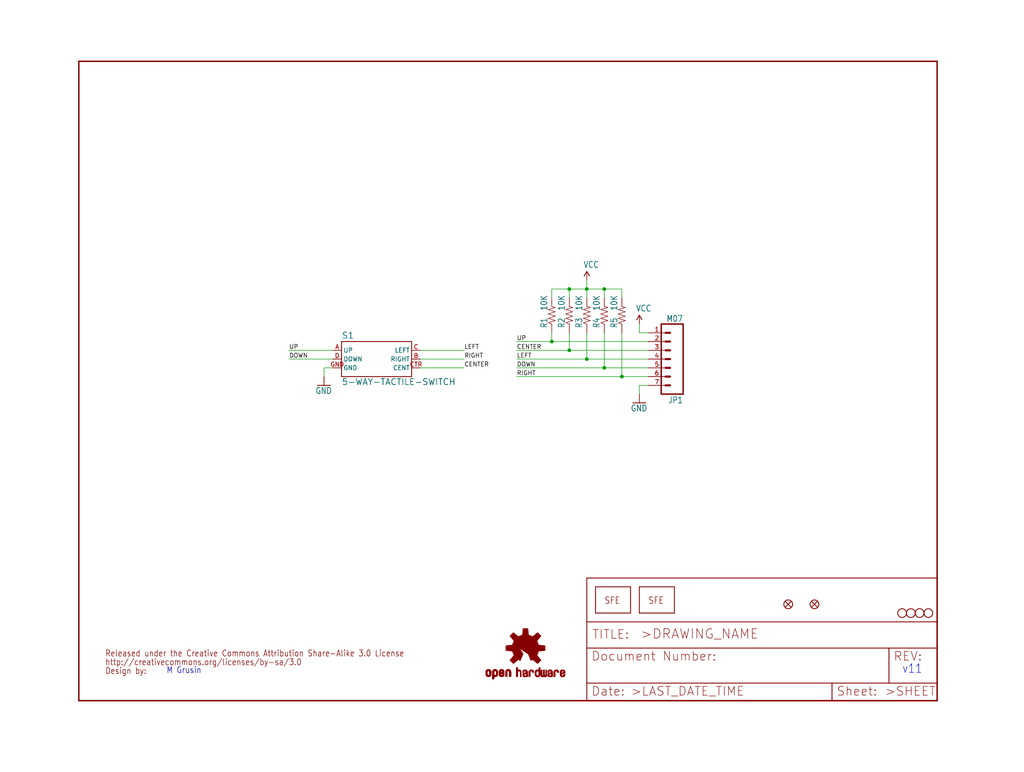
<source format=kicad_sch>
(kicad_sch (version 20211123) (generator eeschema)
  (paper "User" 297.002 223.926)
  (lib_symbols
    (symbol "eagleSchem-eagle-import:CREATIVE_COMMONS"
      (symbol "CREATIVE_COMMONS_1_0"
        (text "Design by:" (at 0 0 0) (effects (font (size 1.778 1.5113)) (justify left bottom)))
        (text "http://creativecommons.org/licenses/by-sa/3.0" (at 0 2.54 0) (effects (font (size 1.778 1.5113)) (justify left bottom)))
        (text "Released under the Creative Commons Attribution Share-Alike 3.0 License" (at 0 5.08 0) (effects (font (size 1.778 1.5113)) (justify left bottom)))
      )
    )
    (symbol "eagleSchem-eagle-import:FIDUCIALUFIDUCIAL")
    (symbol "eagleSchem-eagle-import:FRAME-LETTER"
      (symbol "FRAME-LETTER_2_0"
        (text ">DRAWING_NAME" (at 15.494 17.78 0) (effects (font (size 2.7432 2.7432)) (justify left bottom)))
        (text ">LAST_DATE_TIME" (at 12.7 1.27 0) (effects (font (size 2.54 2.54)) (justify left bottom)))
        (text ">SHEET" (at 86.36 1.27 0) (effects (font (size 2.54 2.54)) (justify left bottom)))
        (text "Date:" (at 1.27 1.27 0) (effects (font (size 2.54 2.54)) (justify left bottom)))
        (text "Document Number:" (at 1.27 11.43 0) (effects (font (size 2.54 2.54)) (justify left bottom)))
        (text "REV:" (at 88.9 11.43 0) (effects (font (size 2.54 2.54)) (justify left bottom)))
        (text "Sheet:" (at 72.39 1.27 0) (effects (font (size 2.54 2.54)) (justify left bottom)))
        (text "TITLE:" (at 1.524 17.78 0) (effects (font (size 2.54 2.54)) (justify left bottom)))
      )
    )
    (symbol "eagleSchem-eagle-import:GND" (power)
      (property "Value" "GND" (at -2.54 -2.54 0))
      (symbol "GND_1_0"
        (pin power_in line (at 0 2.54 270) (length 2.54) (name "GND") (number "1"))
      )
    )
    (symbol "eagleSchem-eagle-import:JOYSTICK_MINI"
      (property "Reference" "S" (at -10.16 5.842 0))
      (property "Value" "JOYSTICK_MINI" (at -10.16 -7.62 0))
      (symbol "JOYSTICK_MINI_1_0"
        (pin bidirectional line (at -12.7 2.54 0) (length 2.54) (name "UP") (number "A"))
        (pin bidirectional line (at 12.7 0 180) (length 2.54) (name "RIGHT") (number "B"))
        (pin bidirectional line (at 12.7 2.54 180) (length 2.54) (name "LEFT") (number "C"))
        (pin bidirectional line (at 12.7 -2.54 180) (length 2.54) (name "CENT") (number "CTR"))
        (pin bidirectional line (at -12.7 0 0) (length 2.54) (name "DOWN") (number "D"))
        (pin bidirectional line (at -12.7 -2.54 0) (length 2.54) (name "GND") (number "GND"))
      )
    )
    (symbol "eagleSchem-eagle-import:LOGO-SFENW2"
      (symbol "LOGO-SFENW2_1_0"
        (text "SFE" (at 0 0 0) (effects (font (size 1.9304 1.6408)) (justify left bottom)))
      )
    )
    (symbol "eagleSchem-eagle-import:LOGO-SFESK"
      (symbol "LOGO-SFESK_1_0"
        (text "SFE" (at 0 0 0) (effects (font (size 1.9304 1.6408)) (justify left bottom)))
      )
    )
    (symbol "eagleSchem-eagle-import:M07"
      (property "Reference" "JP" (at -5.08 13.462 0))
      (property "Value" "M07" (at -5.08 -10.16 0))
      (symbol "M07_1_0"
        (pin passive line (at 5.08 -5.08 180) (length 5.08) (name "1") (number "1"))
        (pin passive line (at 5.08 -2.54 180) (length 5.08) (name "2") (number "2"))
        (pin passive line (at 5.08 0 180) (length 5.08) (name "3") (number "3"))
        (pin passive line (at 5.08 2.54 180) (length 5.08) (name "4") (number "4"))
        (pin passive line (at 5.08 5.08 180) (length 5.08) (name "5") (number "5"))
        (pin passive line (at 5.08 7.62 180) (length 5.08) (name "6") (number "6"))
        (pin passive line (at 5.08 10.16 180) (length 5.08) (name "7") (number "7"))
      )
    )
    (symbol "eagleSchem-eagle-import:OSHW-LOGOS")
    (symbol "eagleSchem-eagle-import:RESISTOR0603-RES"
      (property "Reference" "R" (at -3.81 1.4986 0))
      (property "Value" "RESISTOR0603-RES" (at -3.81 -3.302 0))
      (symbol "RESISTOR0603-RES_1_0"
        (pin passive line (at -5.08 0 0) (length 2.54) (name "1") (number "1"))
        (pin passive line (at 5.08 0 180) (length 2.54) (name "2") (number "2"))
      )
    )
    (symbol "eagleSchem-eagle-import:STAND-OFF")
    (symbol "eagleSchem-eagle-import:VCC" (power)
      (property "Value" "VCC" (at -1.016 3.556 0))
      (symbol "VCC_1_0"
        (pin power_in line (at 0 0 90) (length 2.54) (name "VCC") (number "1"))
      )
    )
  )
  (junction (at 180.34 109.22))
  (junction (at 165.1 101.6))
  (junction (at 170.18 83.82))
  (junction (at 175.26 83.82))
  (junction (at 160.02 99.06))
  (junction (at 175.26 106.68))
  (junction (at 170.18 104.14))
  (junction (at 165.1 83.82))
  (wire (pts (xy 121.92 106.68) (xy 134.62 106.68)))
  (wire (pts (xy 180.34 86.36) (xy 180.34 83.82)))
  (wire (pts (xy 170.18 83.82) (xy 175.26 83.82)))
  (wire (pts (xy 175.26 83.82) (xy 180.34 83.82)))
  (wire (pts (xy 121.92 101.6) (xy 134.62 101.6)))
  (wire (pts (xy 160.02 96.52) (xy 160.02 99.06)))
  (wire (pts (xy 160.02 99.06) (xy 149.86 99.06)))
  (wire (pts (xy 165.1 83.82) (xy 160.02 83.82)))
  (wire (pts (xy 170.18 83.82) (xy 165.1 83.82)))
  (wire (pts (xy 170.18 104.14) (xy 149.86 104.14)))
  (wire (pts (xy 96.52 106.68) (xy 93.98 106.68)))
  (wire (pts (xy 175.26 86.36) (xy 175.26 83.82)))
  (wire (pts (xy 165.1 101.6) (xy 149.86 101.6)))
  (wire (pts (xy 180.34 109.22) (xy 180.34 96.52)))
  (wire (pts (xy 160.02 83.82) (xy 160.02 86.36)))
  (wire (pts (xy 96.52 101.6) (xy 83.82 101.6)))
  (wire (pts (xy 93.98 106.68) (xy 93.98 109.22)))
  (wire (pts (xy 187.96 109.22) (xy 180.34 109.22)))
  (wire (pts (xy 165.1 96.52) (xy 165.1 101.6)))
  (wire (pts (xy 187.96 96.52) (xy 185.42 96.52)))
  (wire (pts (xy 170.18 104.14) (xy 170.18 96.52)))
  (wire (pts (xy 175.26 106.68) (xy 149.86 106.68)))
  (wire (pts (xy 170.18 81.28) (xy 170.18 83.82)))
  (wire (pts (xy 121.92 104.14) (xy 134.62 104.14)))
  (wire (pts (xy 187.96 101.6) (xy 165.1 101.6)))
  (wire (pts (xy 187.96 106.68) (xy 175.26 106.68)))
  (wire (pts (xy 175.26 96.52) (xy 175.26 106.68)))
  (wire (pts (xy 185.42 96.52) (xy 185.42 93.98)))
  (wire (pts (xy 96.52 104.14) (xy 83.82 104.14)))
  (wire (pts (xy 187.96 111.76) (xy 185.42 111.76)))
  (wire (pts (xy 185.42 111.76) (xy 185.42 114.3)))
  (wire (pts (xy 180.34 109.22) (xy 149.86 109.22)))
  (wire (pts (xy 187.96 99.06) (xy 160.02 99.06)))
  (wire (pts (xy 165.1 86.36) (xy 165.1 83.82)))
  (wire (pts (xy 187.96 104.14) (xy 170.18 104.14)))
  (wire (pts (xy 170.18 86.36) (xy 170.18 83.82)))
  (text "v11" (at 261.62 195.58 180) (effects (font (size 2.54 2.159)) (justify left bottom)))
  (text "M Grusin" (at 48.26 195.58 180) (effects (font (size 1.778 1.5113)) (justify left bottom)))
  (label "RIGHT" (at 149.86 109.22 0) (effects (font (size 1.2446 1.2446))))
  (label "CENTER" (at 149.86 101.6 0) (effects (font (size 1.2446 1.2446))))
  (label "DOWN" (at 83.82 104.14 0) (effects (font (size 1.2446 1.2446))))
  (label "UP" (at 149.86 99.06 0) (effects (font (size 1.2446 1.2446))))
  (label "DOWN" (at 149.86 106.68 0) (effects (font (size 1.2446 1.2446))))
  (label "RIGHT" (at 134.62 104.14 0) (effects (font (size 1.2446 1.2446))))
  (label "CENTER" (at 134.62 106.68 0) (effects (font (size 1.2446 1.2446))))
  (label "LEFT" (at 134.62 101.6 0) (effects (font (size 1.2446 1.2446))))
  (label "LEFT" (at 149.86 104.14 0) (effects (font (size 1.2446 1.2446))))
  (label "UP" (at 83.82 101.6 0) (effects (font (size 1.2446 1.2446))))
  (symbol (lib_id "eagleSchem-eagle-import:VCC") (at 170.18 81.28 0) (unit 1)
    (property "Reference" "#P+2" (effects hide))
    (property "Value" "VCC" (at 169.164 77.724 0) (effects (font (size 1.778 1.5113)) (justify left bottom)))
    (property "Footprint" "eagleSchem:" (effects hide))
  )
  (symbol (lib_id "eagleSchem-eagle-import:CREATIVE_COMMONS") (at 30.48 195.58 0) (unit 1)
    (property "Reference" "U$2" (effects hide))
    (property "Value" "CREATIVE_COMMONS" (effects hide))
    (property "Footprint" "eagleSchem:CREATIVE_COMMONS" (effects hide))
  )
  (symbol (lib_id "eagleSchem-eagle-import:VCC") (at 185.42 93.98 0) (unit 1)
    (property "Reference" "#P+1" (effects hide))
    (property "Value" "VCC" (at 184.404 90.424 0) (effects (font (size 1.778 1.5113)) (justify left bottom)))
    (property "Footprint" "eagleSchem:" (effects hide))
  )
  (symbol (lib_id "eagleSchem-eagle-import:RESISTOR0603-RES") (at 165.1 91.44 90) (unit 1)
    (property "Reference" "R2" (at 163.83 95.25 0) (effects (font (size 1.778 1.5113)) (justify left bottom)))
    (property "Value" "10K" (at 163.83 90.17 0) (effects (font (size 1.778 1.5113)) (justify left bottom)))
    (property "Footprint" "eagleSchem:0603-RES" (effects hide))
  )
  (symbol (lib_id "eagleSchem-eagle-import:FRAME-LETTER") (at 170.18 203.2 0) (unit 2)
    (property "Reference" "#FRAME1" (effects hide))
    (property "Value" "FRAME-LETTER" (effects hide))
    (property "Footprint" "eagleSchem:" (effects hide))
  )
  (symbol (lib_id "eagleSchem-eagle-import:STAND-OFF") (at 264.16 177.8 0) (unit 1)
    (property "Reference" "JP5" (effects hide))
    (property "Value" "STAND-OFF" (effects hide))
    (property "Footprint" "eagleSchem:STAND-OFF" (effects hide))
  )
  (symbol (lib_id "eagleSchem-eagle-import:LOGO-SFENW2") (at 187.96 175.26 0) (unit 1)
    (property "Reference" "JP10" (effects hide))
    (property "Value" "LOGO-SFENW2" (effects hide))
    (property "Footprint" "eagleSchem:SFE-NEW-WEB" (effects hide))
  )
  (symbol (lib_id "eagleSchem-eagle-import:STAND-OFF") (at 261.62 177.8 0) (unit 1)
    (property "Reference" "JP6" (effects hide))
    (property "Value" "STAND-OFF" (effects hide))
    (property "Footprint" "eagleSchem:STAND-OFF" (effects hide))
  )
  (symbol (lib_id "eagleSchem-eagle-import:FIDUCIALUFIDUCIAL") (at 236.22 175.26 0) (unit 1)
    (property "Reference" "JP7" (effects hide))
    (property "Value" "FIDUCIALUFIDUCIAL" (effects hide))
    (property "Footprint" "eagleSchem:MICRO-FIDUCIAL" (effects hide))
  )
  (symbol (lib_id "eagleSchem-eagle-import:GND") (at 185.42 116.84 0) (unit 1)
    (property "Reference" "#GND1" (effects hide))
    (property "Value" "GND" (at 182.88 119.38 0) (effects (font (size 1.778 1.5113)) (justify left bottom)))
    (property "Footprint" "eagleSchem:" (effects hide))
  )
  (symbol (lib_id "eagleSchem-eagle-import:STAND-OFF") (at 269.24 177.8 0) (unit 1)
    (property "Reference" "JP3" (effects hide))
    (property "Value" "STAND-OFF" (effects hide))
    (property "Footprint" "eagleSchem:STAND-OFF" (effects hide))
  )
  (symbol (lib_id "eagleSchem-eagle-import:FIDUCIALUFIDUCIAL") (at 228.6 175.26 0) (unit 1)
    (property "Reference" "JP2" (effects hide))
    (property "Value" "FIDUCIALUFIDUCIAL" (effects hide))
    (property "Footprint" "eagleSchem:MICRO-FIDUCIAL" (effects hide))
  )
  (symbol (lib_id "eagleSchem-eagle-import:RESISTOR0603-RES") (at 175.26 91.44 90) (unit 1)
    (property "Reference" "R4" (at 173.99 95.25 0) (effects (font (size 1.778 1.5113)) (justify left bottom)))
    (property "Value" "10K" (at 173.99 90.17 0) (effects (font (size 1.778 1.5113)) (justify left bottom)))
    (property "Footprint" "eagleSchem:0603-RES" (effects hide))
  )
  (symbol (lib_id "eagleSchem-eagle-import:STAND-OFF") (at 266.7 177.8 0) (unit 1)
    (property "Reference" "JP4" (effects hide))
    (property "Value" "STAND-OFF" (effects hide))
    (property "Footprint" "eagleSchem:STAND-OFF" (effects hide))
  )
  (symbol (lib_id "eagleSchem-eagle-import:M07") (at 193.04 101.6 180) (unit 1)
    (property "Reference" "JP1" (at 198.12 115.062 0) (effects (font (size 1.778 1.5113)) (justify left bottom)))
    (property "Value" "M07" (at 198.12 91.44 0) (effects (font (size 1.778 1.5113)) (justify left bottom)))
    (property "Footprint" "eagleSchem:1X07" (effects hide))
  )
  (symbol (lib_id "eagleSchem-eagle-import:GND") (at 93.98 111.76 0) (unit 1)
    (property "Reference" "#GND2" (effects hide))
    (property "Value" "GND" (at 91.44 114.3 0) (effects (font (size 1.778 1.5113)) (justify left bottom)))
    (property "Footprint" "eagleSchem:" (effects hide))
  )
  (symbol (lib_id "eagleSchem-eagle-import:RESISTOR0603-RES") (at 180.34 91.44 90) (unit 1)
    (property "Reference" "R5" (at 179.07 95.25 0) (effects (font (size 1.778 1.5113)) (justify left bottom)))
    (property "Value" "10K" (at 179.07 90.17 0) (effects (font (size 1.778 1.5113)) (justify left bottom)))
    (property "Footprint" "eagleSchem:0603-RES" (effects hide))
  )
  (symbol (lib_id "eagleSchem-eagle-import:FRAME-LETTER") (at 22.86 203.2 0) (unit 1)
    (property "Reference" "#FRAME1" (effects hide))
    (property "Value" "FRAME-LETTER" (effects hide))
    (property "Footprint" "eagleSchem:" (effects hide))
  )
  (symbol (lib_id "eagleSchem-eagle-import:RESISTOR0603-RES") (at 170.18 91.44 90) (unit 1)
    (property "Reference" "R3" (at 168.91 95.25 0) (effects (font (size 1.778 1.5113)) (justify left bottom)))
    (property "Value" "10K" (at 168.91 90.17 0) (effects (font (size 1.778 1.5113)) (justify left bottom)))
    (property "Footprint" "eagleSchem:0603-RES" (effects hide))
  )
  (symbol (lib_id "eagleSchem-eagle-import:JOYSTICK_MINI") (at 109.22 104.14 0) (unit 1)
    (property "Reference" "S1" (at 99.06 98.298 0) (effects (font (size 1.778 1.778)) (justify left bottom)))
    (property "Value" "5-WAY-TACTILE-SWITCH" (at 99.06 111.76 0) (effects (font (size 1.778 1.778)) (justify left bottom)))
    (property "Footprint" "eagleSchem:JOYSTICK_MINI" (effects hide))
  )
  (symbol (lib_id "eagleSchem-eagle-import:OSHW-LOGOS") (at 152.4 187.96 0) (unit 1)
    (property "Reference" "U$1" (effects hide))
    (property "Value" "OSHW-LOGOS" (effects hide))
    (property "Footprint" "eagleSchem:OSHW-LOGO-S" (effects hide))
  )
  (symbol (lib_id "eagleSchem-eagle-import:LOGO-SFESK") (at 175.26 175.26 0) (unit 1)
    (property "Reference" "JP9" (effects hide))
    (property "Value" "LOGO-SFESK" (effects hide))
    (property "Footprint" "eagleSchem:SFE-LOGO-FLAME" (effects hide))
  )
  (symbol (lib_id "eagleSchem-eagle-import:RESISTOR0603-RES") (at 160.02 91.44 90) (unit 1)
    (property "Reference" "R1" (at 158.75 95.25 0) (effects (font (size 1.778 1.5113)) (justify left bottom)))
    (property "Value" "10K" (at 158.75 90.17 0) (effects (font (size 1.778 1.5113)) (justify left bottom)))
    (property "Footprint" "eagleSchem:0603-RES" (effects hide))
  )
)
</source>
